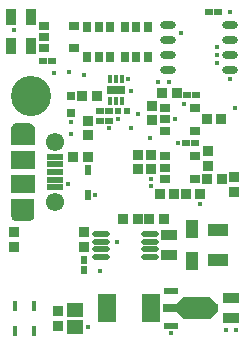
<source format=gts>
G04*
G04 #@! TF.GenerationSoftware,Altium Limited,Altium Designer,23.8.1 (32)*
G04*
G04 Layer_Color=1930808*
%FSLAX44Y44*%
%MOMM*%
G71*
G04*
G04 #@! TF.SameCoordinates,A6862DCD-3B86-4064-B5AB-42711134FE70*
G04*
G04*
G04 #@! TF.FilePolarity,Negative*
G04*
G01*
G75*
%ADD38R,1.5000X2.4000*%
%ADD39R,0.8121X0.8581*%
%ADD40R,1.6582X1.1055*%
%ADD41R,0.6600X0.6200*%
%ADD42R,0.9500X0.7000*%
%ADD43R,0.3500X0.7750*%
%ADD44R,1.5200X0.7100*%
%ADD45O,1.5000X0.5500*%
%ADD46O,1.3500X0.6500*%
%ADD47R,0.8500X0.9500*%
%ADD48R,0.9500X0.8500*%
%ADD49R,0.6000X0.5500*%
%ADD50R,0.9500X1.4500*%
%ADD51R,1.4500X0.9500*%
%ADD52R,0.7000X0.8500*%
%ADD53R,1.3000X0.6000*%
%ADD54R,1.4500X0.5000*%
%ADD55R,2.0000X1.6000*%
%ADD56R,0.9500X0.9500*%
%ADD57R,0.7500X0.7000*%
%ADD58R,1.0500X1.5000*%
%ADD59R,0.4500X0.9000*%
%ADD60R,0.5000X0.9000*%
%ADD61R,0.6200X0.6600*%
%ADD62R,1.4500X1.1500*%
%ADD63C,1.5500*%
%ADD64C,3.4032*%
%ADD65C,0.4000*%
G36*
X19500Y181502D02*
X19992Y181502D01*
X19993D01*
D01*
X20090Y181493D01*
X21056Y181301D01*
X21151Y181272D01*
X21151Y181272D01*
X22061Y180895D01*
X22148Y180849D01*
X22966Y180302D01*
X22966Y180301D01*
X23043Y180239D01*
X23739Y179543D01*
X23739Y179543D01*
X23802Y179466D01*
X24349Y178648D01*
X24349Y178647D01*
X24395Y178561D01*
X24772Y177651D01*
X24772Y177651D01*
X24801Y177556D01*
X24993Y176590D01*
X24993Y176590D01*
X25002Y176493D01*
Y176000D01*
X25002Y163000D01*
X24993Y162902D01*
X24964Y162808D01*
X24918Y162721D01*
X24855Y162645D01*
X24779Y162582D01*
X24692Y162536D01*
X24598Y162507D01*
X24500Y162498D01*
X5500D01*
X5402Y162507D01*
X5308Y162536D01*
X5221Y162582D01*
X5145Y162645D01*
X5082Y162721D01*
X5036Y162808D01*
X5007Y162902D01*
X4998Y163000D01*
Y176250D01*
Y176718D01*
X5007Y176816D01*
X5190Y177733D01*
X5218Y177828D01*
X5576Y178692D01*
X5623Y178779D01*
X6143Y179557D01*
X6205Y179633D01*
X6867Y180295D01*
X6943Y180357D01*
X7721Y180877D01*
X7808Y180924D01*
X7808Y180924D01*
X8672Y181282D01*
X8766Y181310D01*
X9684Y181493D01*
X9782Y181502D01*
X19500D01*
X19500Y181502D01*
D02*
G37*
G36*
X24348Y117493D02*
X24442Y117464D01*
X24529Y117418D01*
X24605Y117355D01*
X24668Y117279D01*
X24714Y117192D01*
X24743Y117098D01*
X24752Y117000D01*
Y103750D01*
Y103282D01*
X24743Y103184D01*
X24560Y102267D01*
X24532Y102172D01*
X24174Y101308D01*
X24127Y101221D01*
X23607Y100443D01*
X23545Y100367D01*
X22883Y99705D01*
X22807Y99643D01*
X22029Y99123D01*
X21942Y99076D01*
X21942Y99076D01*
X21078Y98718D01*
X20984Y98690D01*
X20066Y98507D01*
X19968Y98498D01*
X10250D01*
X10250Y98498D01*
X9758Y98498D01*
X9758D01*
D01*
X9660Y98507D01*
X8694Y98699D01*
X8599Y98728D01*
X8599Y98728D01*
X7689Y99105D01*
X7602Y99151D01*
X6784Y99698D01*
X6784Y99698D01*
X6708Y99761D01*
X6011Y100457D01*
X6011Y100457D01*
X5949Y100534D01*
X5401Y101352D01*
X5401Y101353D01*
X5355Y101439D01*
X4978Y102349D01*
X4978Y102349D01*
X4949Y102444D01*
X4757Y103410D01*
X4757Y103410D01*
X4748Y103507D01*
Y104000D01*
X4748Y117000D01*
X4757Y117098D01*
X4786Y117192D01*
X4832Y117279D01*
X4895Y117355D01*
X4971Y117418D01*
X5058Y117464D01*
X5152Y117493D01*
X5250Y117502D01*
X24250D01*
X24348Y117493D01*
D02*
G37*
G36*
X173299Y34498D02*
X173348Y34493D01*
X173420Y34471D01*
X173442Y34464D01*
X173529Y34418D01*
X173605Y34355D01*
X179605Y28355D01*
X179668Y28279D01*
X179714Y28192D01*
X179743Y28098D01*
X179752Y28000D01*
X179752Y28000D01*
Y22000D01*
X179752Y22000D01*
X179748Y21951D01*
X179743Y21902D01*
X179721Y21830D01*
X179714Y21808D01*
X179668Y21721D01*
X179605Y21645D01*
X173605Y15645D01*
X173529Y15582D01*
X173442Y15536D01*
X173348Y15507D01*
X173250Y15498D01*
X173250Y15498D01*
X151250D01*
X151250Y15498D01*
X151201Y15502D01*
X151152Y15507D01*
X151080Y15529D01*
X151058Y15536D01*
X150971Y15582D01*
X150895Y15645D01*
X145042Y21498D01*
X134250D01*
X134152Y21507D01*
X134058Y21536D01*
X133971Y21582D01*
X133895Y21645D01*
X133832Y21721D01*
X133786Y21808D01*
X133757Y21902D01*
X133748Y22000D01*
Y28000D01*
X133757Y28098D01*
X133786Y28192D01*
X133832Y28279D01*
X133895Y28355D01*
X133971Y28418D01*
X134058Y28464D01*
X134152Y28493D01*
X134250Y28502D01*
X145042D01*
X150895Y34355D01*
X150971Y34418D01*
X151058Y34464D01*
X151152Y34493D01*
X151250Y34502D01*
X151250Y34502D01*
X173250D01*
X173250Y34502D01*
X173299Y34498D01*
D02*
G37*
D38*
X86500Y24500D02*
D03*
X123500D02*
D03*
D39*
X123750Y142730D02*
D03*
Y154270D02*
D03*
D40*
X180000Y90764D02*
D03*
Y65236D02*
D03*
D41*
X161650Y205000D02*
D03*
X153850D02*
D03*
X160650Y164250D02*
D03*
X152850D02*
D03*
X39900Y233750D02*
D03*
X32100D02*
D03*
X79850Y191500D02*
D03*
X87650D02*
D03*
X79850Y183500D02*
D03*
X87650D02*
D03*
X172600Y275750D02*
D03*
X180400D02*
D03*
D42*
X135250Y194000D02*
D03*
Y184500D02*
D03*
Y175000D02*
D03*
X160750D02*
D03*
Y194000D02*
D03*
X135250Y153250D02*
D03*
Y143750D02*
D03*
Y134250D02*
D03*
X160750D02*
D03*
Y153250D02*
D03*
X32500Y263750D02*
D03*
Y254250D02*
D03*
Y244750D02*
D03*
X58000D02*
D03*
Y263750D02*
D03*
D43*
X98500Y218750D02*
D03*
X93500D02*
D03*
X88500D02*
D03*
Y200500D02*
D03*
X93500D02*
D03*
X98500D02*
D03*
D44*
X93500Y209625D02*
D03*
D45*
X122250Y68000D02*
D03*
Y74500D02*
D03*
Y81000D02*
D03*
Y87500D02*
D03*
X81250Y68000D02*
D03*
Y74500D02*
D03*
Y81000D02*
D03*
Y87500D02*
D03*
D46*
X138000Y264300D02*
D03*
Y251600D02*
D03*
Y238900D02*
D03*
Y226200D02*
D03*
X190500Y264300D02*
D03*
Y251600D02*
D03*
Y238900D02*
D03*
Y226200D02*
D03*
D47*
X152750Y121250D02*
D03*
X165250D02*
D03*
X183500Y134250D02*
D03*
X171000D02*
D03*
X143250Y121250D02*
D03*
X130750D02*
D03*
X64750Y204250D02*
D03*
X77250D02*
D03*
X112250Y100250D02*
D03*
X99750D02*
D03*
X134250D02*
D03*
X121750D02*
D03*
X183000Y184500D02*
D03*
X170500D02*
D03*
X145000Y207000D02*
D03*
X132500D02*
D03*
D48*
X124250Y196250D02*
D03*
Y183750D02*
D03*
X171750Y145000D02*
D03*
Y157500D02*
D03*
X112250Y154750D02*
D03*
Y142250D02*
D03*
X69750Y171000D02*
D03*
Y183500D02*
D03*
X67000Y76500D02*
D03*
Y89000D02*
D03*
X193750Y135500D02*
D03*
Y123000D02*
D03*
X44250Y22000D02*
D03*
Y9500D02*
D03*
X7750Y89250D02*
D03*
Y76750D02*
D03*
D49*
X103000Y191500D02*
D03*
X95500D02*
D03*
D50*
X21750Y271250D02*
D03*
X5250D02*
D03*
Y246750D02*
D03*
X21750D02*
D03*
D51*
X191250Y33250D02*
D03*
Y16750D02*
D03*
X139000Y86250D02*
D03*
Y69750D02*
D03*
D52*
X88500Y263000D02*
D03*
X79000D02*
D03*
X69500D02*
D03*
Y237500D02*
D03*
X79000D02*
D03*
X88500D02*
D03*
X101500Y237500D02*
D03*
X111000D02*
D03*
X120500D02*
D03*
Y263000D02*
D03*
X111000D02*
D03*
X101500D02*
D03*
D53*
X140250Y39500D02*
D03*
Y9500D02*
D03*
D54*
X41750Y153000D02*
D03*
Y146500D02*
D03*
Y140000D02*
D03*
Y133500D02*
D03*
Y127000D02*
D03*
D55*
X14750Y150000D02*
D03*
Y130000D02*
D03*
D56*
X57750Y153000D02*
D03*
X69750D02*
D03*
D57*
X55500Y204250D02*
D03*
Y189750D02*
D03*
D58*
X158500Y91500D02*
D03*
Y64500D02*
D03*
D59*
X24250Y5000D02*
D03*
Y26500D02*
D03*
X8250Y5000D02*
D03*
Y26500D02*
D03*
D60*
X69750Y142000D02*
D03*
Y120500D02*
D03*
D61*
X67000Y65150D02*
D03*
Y57350D02*
D03*
D62*
X58750Y8500D02*
D03*
Y23000D02*
D03*
D63*
X41750Y115000D02*
D03*
Y165000D02*
D03*
D64*
X21500Y204500D02*
D03*
D65*
X66500Y221750D02*
D03*
X123750Y134500D02*
D03*
X106250Y208750D02*
D03*
X52941Y129754D02*
D03*
X7500Y260500D02*
D03*
X94500Y80750D02*
D03*
X55500Y172500D02*
D03*
Y182000D02*
D03*
X138535Y216249D02*
D03*
X190250Y218750D02*
D03*
X129000Y216500D02*
D03*
X149000Y258000D02*
D03*
X194500Y194250D02*
D03*
X179455Y232295D02*
D03*
X54250Y224500D02*
D03*
X190500Y275750D02*
D03*
X106161Y177190D02*
D03*
X112250Y189000D02*
D03*
X122750Y168750D02*
D03*
X41250Y223750D02*
D03*
X146000Y164250D02*
D03*
X123750Y127960D02*
D03*
X179250Y246000D02*
D03*
X179353Y239283D02*
D03*
X103750Y218750D02*
D03*
X87750Y177000D02*
D03*
X95500Y185250D02*
D03*
X143500Y184500D02*
D03*
X151500Y198000D02*
D03*
X165250Y112750D02*
D03*
X75750Y120250D02*
D03*
X80500Y56000D02*
D03*
X69750Y8500D02*
D03*
X140250Y3500D02*
D03*
X195250Y6000D02*
D03*
X187250D02*
D03*
M02*

</source>
